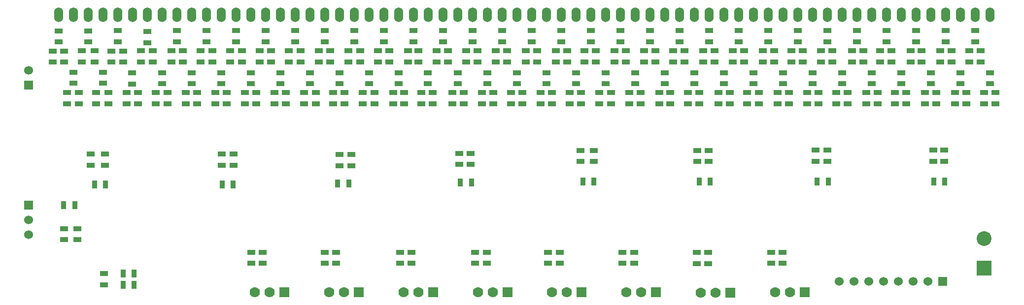
<source format=gts>
G04 (created by PCBNEW (2013-07-07 BZR 4022)-stable) date 14/01/2016 17:53:05*
%MOIN*%
G04 Gerber Fmt 3.4, Leading zero omitted, Abs format*
%FSLAX34Y34*%
G01*
G70*
G90*
G04 APERTURE LIST*
%ADD10C,0.00590551*%
%ADD11R,0.06X0.06*%
%ADD12C,0.06*%
%ADD13O,0.06X0.1*%
%ADD14C,0.07*%
%ADD15R,0.07X0.07*%
%ADD16R,0.055X0.035*%
%ADD17R,0.035X0.055*%
%ADD18R,0.1X0.1*%
%ADD19C,0.1*%
G04 APERTURE END LIST*
G54D10*
G54D11*
X63030Y-38040D03*
G54D12*
X63030Y-37040D03*
G54D13*
X65040Y-33280D03*
X66040Y-33280D03*
X67040Y-33280D03*
X68040Y-33280D03*
X69040Y-33280D03*
X70040Y-33280D03*
X71040Y-33280D03*
X72040Y-33280D03*
X73040Y-33280D03*
X74040Y-33280D03*
X75040Y-33280D03*
X76040Y-33280D03*
X77040Y-33280D03*
X78040Y-33280D03*
X79040Y-33280D03*
X80040Y-33280D03*
X81040Y-33280D03*
X82040Y-33280D03*
X83040Y-33280D03*
X84040Y-33280D03*
X85040Y-33280D03*
X86040Y-33280D03*
X87040Y-33280D03*
X88040Y-33280D03*
X89040Y-33280D03*
X90040Y-33280D03*
X91040Y-33280D03*
X92040Y-33280D03*
X93040Y-33280D03*
X94040Y-33280D03*
X95040Y-33280D03*
X96040Y-33280D03*
X97040Y-33280D03*
X98040Y-33280D03*
X99040Y-33280D03*
X100040Y-33280D03*
X101040Y-33280D03*
X102040Y-33280D03*
X103040Y-33280D03*
X104040Y-33280D03*
X105040Y-33280D03*
X106040Y-33280D03*
X107040Y-33280D03*
X108040Y-33280D03*
X109040Y-33280D03*
X110040Y-33280D03*
X111040Y-33280D03*
X112040Y-33280D03*
X113040Y-33280D03*
X114040Y-33280D03*
X115040Y-33280D03*
X116040Y-33280D03*
X117040Y-33280D03*
X118040Y-33280D03*
X119040Y-33280D03*
X120040Y-33280D03*
X121040Y-33280D03*
X122040Y-33280D03*
X123040Y-33280D03*
X124040Y-33280D03*
X125040Y-33280D03*
X126040Y-33280D03*
X127040Y-33280D03*
X128040Y-33280D03*
G54D11*
X63030Y-46190D03*
G54D12*
X63030Y-47190D03*
X63030Y-48190D03*
G54D11*
X124850Y-51350D03*
G54D12*
X123850Y-51350D03*
X122850Y-51350D03*
X121850Y-51350D03*
X120850Y-51350D03*
X119850Y-51350D03*
X118850Y-51350D03*
X117850Y-51350D03*
G54D14*
X88380Y-52100D03*
X89380Y-52100D03*
G54D15*
X90380Y-52100D03*
G54D14*
X113500Y-52100D03*
X114500Y-52100D03*
G54D15*
X115500Y-52100D03*
G54D14*
X98420Y-52100D03*
X99420Y-52100D03*
G54D15*
X100420Y-52100D03*
G54D14*
X83340Y-52100D03*
X84340Y-52100D03*
G54D15*
X85340Y-52100D03*
G54D14*
X108480Y-52110D03*
X109480Y-52110D03*
G54D15*
X110480Y-52110D03*
G54D14*
X78320Y-52100D03*
X79320Y-52100D03*
G54D15*
X80320Y-52100D03*
G54D14*
X93420Y-52100D03*
X94420Y-52100D03*
G54D15*
X95420Y-52100D03*
G54D14*
X103440Y-52100D03*
X104440Y-52100D03*
G54D15*
X105440Y-52100D03*
G54D16*
X68190Y-42735D03*
X68190Y-43485D03*
X69640Y-39315D03*
X69640Y-38565D03*
X67230Y-43475D03*
X67230Y-42725D03*
X71610Y-39305D03*
X71610Y-38555D03*
X65050Y-35135D03*
X65050Y-34385D03*
X65430Y-36495D03*
X65430Y-35745D03*
X64640Y-36495D03*
X64640Y-35745D03*
X66040Y-37935D03*
X66040Y-37185D03*
X66430Y-39315D03*
X66430Y-38565D03*
X65600Y-39315D03*
X65600Y-38565D03*
X67040Y-35135D03*
X67040Y-34385D03*
X67470Y-36485D03*
X67470Y-35735D03*
X66630Y-36485D03*
X66630Y-35735D03*
X68040Y-37925D03*
X68040Y-37175D03*
X68430Y-39315D03*
X68430Y-38565D03*
X67580Y-39315D03*
X67580Y-38565D03*
X69040Y-35105D03*
X69040Y-34355D03*
X69410Y-36495D03*
X69410Y-35745D03*
X68600Y-36495D03*
X68600Y-35745D03*
X70030Y-37975D03*
X70030Y-37225D03*
X70430Y-39315D03*
X70430Y-38565D03*
X71050Y-35175D03*
X71050Y-34425D03*
X71420Y-36485D03*
X71420Y-35735D03*
X70620Y-36485D03*
X70620Y-35735D03*
X72040Y-37955D03*
X72040Y-37205D03*
X72420Y-39305D03*
X72420Y-38555D03*
G54D17*
X124245Y-44580D03*
X124995Y-44580D03*
G54D16*
X84850Y-42765D03*
X84850Y-43515D03*
G54D17*
X76105Y-44790D03*
X76855Y-44790D03*
G54D16*
X76890Y-42725D03*
X76890Y-43475D03*
G54D17*
X83925Y-44730D03*
X84675Y-44730D03*
G54D16*
X92910Y-42675D03*
X92910Y-43425D03*
G54D17*
X92225Y-44640D03*
X92975Y-44640D03*
X67465Y-44800D03*
X68215Y-44800D03*
G54D16*
X101240Y-42485D03*
X101240Y-43235D03*
G54D17*
X100505Y-44600D03*
X101255Y-44600D03*
G54D16*
X109030Y-42485D03*
X109030Y-43235D03*
G54D17*
X108365Y-44580D03*
X109115Y-44580D03*
G54D16*
X117040Y-42455D03*
X117040Y-43205D03*
G54D17*
X116355Y-44570D03*
X117105Y-44570D03*
G54D16*
X124960Y-42455D03*
X124960Y-43205D03*
X76090Y-43475D03*
X76090Y-42725D03*
X84040Y-43515D03*
X84040Y-42765D03*
X92150Y-43425D03*
X92150Y-42675D03*
X100360Y-43235D03*
X100360Y-42485D03*
X108240Y-43235D03*
X108240Y-42485D03*
X116240Y-43205D03*
X116240Y-42455D03*
X124200Y-43205D03*
X124200Y-42455D03*
X76650Y-36485D03*
X76650Y-35735D03*
X79650Y-39305D03*
X79650Y-38555D03*
X80410Y-39305D03*
X80410Y-38555D03*
X80040Y-37955D03*
X80040Y-37205D03*
X73040Y-35105D03*
X73040Y-34355D03*
X78640Y-36485D03*
X78640Y-35735D03*
X79430Y-36485D03*
X79430Y-35735D03*
X79040Y-35105D03*
X79040Y-34355D03*
X73440Y-36485D03*
X73440Y-35735D03*
X77650Y-39305D03*
X77650Y-38555D03*
X78420Y-39305D03*
X78420Y-38555D03*
X78050Y-37955D03*
X78050Y-37205D03*
X72670Y-36485D03*
X72670Y-35735D03*
X73650Y-39305D03*
X73650Y-38555D03*
X77440Y-36485D03*
X77440Y-35735D03*
X77040Y-35105D03*
X77040Y-34355D03*
X75640Y-39305D03*
X75640Y-38555D03*
X76420Y-39305D03*
X76420Y-38555D03*
X76040Y-37955D03*
X76040Y-37205D03*
X74040Y-37955D03*
X74040Y-37205D03*
X74640Y-36485D03*
X74640Y-35735D03*
X75440Y-36485D03*
X75440Y-35735D03*
X75040Y-35105D03*
X75040Y-34355D03*
X74430Y-39305D03*
X74430Y-38555D03*
X84660Y-36475D03*
X84660Y-35725D03*
X87670Y-39305D03*
X87670Y-38555D03*
X88430Y-39305D03*
X88430Y-38555D03*
X88040Y-37955D03*
X88040Y-37205D03*
X81050Y-35105D03*
X81050Y-34355D03*
X86660Y-36475D03*
X86660Y-35725D03*
X87420Y-36475D03*
X87420Y-35725D03*
X87040Y-35105D03*
X87040Y-34355D03*
X81400Y-36485D03*
X81400Y-35735D03*
X85630Y-39305D03*
X85630Y-38555D03*
X86400Y-39305D03*
X86400Y-38555D03*
X86040Y-37955D03*
X86040Y-37205D03*
X80610Y-36485D03*
X80610Y-35735D03*
X81660Y-39305D03*
X81660Y-38555D03*
X85440Y-36475D03*
X85440Y-35725D03*
X85040Y-35105D03*
X85040Y-34355D03*
X83610Y-39305D03*
X83610Y-38555D03*
X84370Y-39305D03*
X84370Y-38555D03*
X84040Y-37955D03*
X84040Y-37205D03*
X82040Y-37955D03*
X82040Y-37205D03*
X82650Y-36475D03*
X82650Y-35725D03*
X83430Y-36475D03*
X83430Y-35725D03*
X83040Y-35105D03*
X83040Y-34355D03*
X82440Y-39305D03*
X82440Y-38555D03*
X92600Y-36475D03*
X92600Y-35725D03*
X95650Y-39305D03*
X95650Y-38555D03*
X96430Y-39305D03*
X96430Y-38555D03*
X96040Y-37955D03*
X96040Y-37205D03*
X89040Y-35105D03*
X89040Y-34355D03*
X94610Y-36475D03*
X94610Y-35725D03*
X95380Y-36475D03*
X95380Y-35725D03*
X95040Y-35105D03*
X95040Y-34355D03*
X89380Y-36475D03*
X89380Y-35725D03*
X93670Y-39305D03*
X93670Y-38555D03*
X94440Y-39305D03*
X94440Y-38555D03*
X94040Y-37955D03*
X94040Y-37205D03*
X88670Y-36475D03*
X88670Y-35725D03*
X89590Y-39305D03*
X89590Y-38555D03*
X93380Y-36475D03*
X93380Y-35725D03*
X93040Y-35105D03*
X93040Y-34355D03*
X91680Y-39305D03*
X91680Y-38555D03*
X92450Y-39305D03*
X92450Y-38555D03*
X92040Y-37955D03*
X92040Y-37205D03*
X90030Y-37955D03*
X90030Y-37205D03*
X90620Y-36475D03*
X90620Y-35725D03*
X91390Y-36475D03*
X91390Y-35725D03*
X91040Y-35105D03*
X91040Y-34355D03*
X90360Y-39305D03*
X90360Y-38555D03*
X100630Y-36475D03*
X100630Y-35725D03*
X103640Y-39305D03*
X103640Y-38555D03*
X104410Y-39305D03*
X104410Y-38555D03*
X104040Y-37955D03*
X104040Y-37205D03*
X97040Y-35105D03*
X97040Y-34355D03*
X102660Y-36475D03*
X102660Y-35725D03*
X103420Y-36475D03*
X103420Y-35725D03*
X103040Y-35105D03*
X103040Y-34355D03*
X97430Y-36475D03*
X97430Y-35725D03*
X101630Y-39305D03*
X101630Y-38555D03*
X102400Y-39305D03*
X102400Y-38555D03*
X102040Y-37955D03*
X102040Y-37205D03*
X96660Y-36475D03*
X96660Y-35725D03*
X97640Y-39305D03*
X97640Y-38555D03*
X101390Y-36475D03*
X101390Y-35725D03*
X101040Y-35105D03*
X101040Y-34355D03*
X99630Y-39305D03*
X99630Y-38555D03*
X100390Y-39305D03*
X100390Y-38555D03*
X100040Y-37955D03*
X100040Y-37205D03*
X98040Y-37955D03*
X98040Y-37205D03*
X98690Y-36475D03*
X98690Y-35725D03*
X99450Y-36475D03*
X99450Y-35725D03*
X99040Y-35105D03*
X99040Y-34355D03*
X98410Y-39305D03*
X98410Y-38555D03*
X108650Y-36475D03*
X108650Y-35725D03*
X111630Y-39305D03*
X111630Y-38555D03*
X112400Y-39305D03*
X112400Y-38555D03*
X112050Y-37955D03*
X112050Y-37205D03*
X105040Y-35105D03*
X105040Y-34355D03*
X110650Y-36475D03*
X110650Y-35725D03*
X111410Y-36475D03*
X111410Y-35725D03*
X111040Y-35105D03*
X111040Y-34355D03*
X105420Y-36475D03*
X105420Y-35725D03*
X109680Y-39305D03*
X109680Y-38555D03*
X110450Y-39305D03*
X110450Y-38555D03*
X110040Y-37955D03*
X110040Y-37205D03*
X104650Y-36475D03*
X104650Y-35725D03*
X105670Y-39305D03*
X105670Y-38555D03*
X109410Y-36475D03*
X109410Y-35725D03*
X109040Y-35105D03*
X109040Y-34355D03*
X107610Y-39305D03*
X107610Y-38555D03*
X108370Y-39305D03*
X108370Y-38555D03*
X108050Y-37955D03*
X108050Y-37205D03*
X106040Y-37955D03*
X106040Y-37205D03*
X106620Y-36475D03*
X106620Y-35725D03*
X107390Y-36475D03*
X107390Y-35725D03*
X107040Y-35105D03*
X107040Y-34355D03*
X106430Y-39305D03*
X106430Y-38555D03*
X116630Y-36475D03*
X116630Y-35725D03*
X119690Y-39305D03*
X119690Y-38555D03*
X120450Y-39305D03*
X120450Y-38555D03*
X120050Y-37955D03*
X120050Y-37205D03*
X113040Y-35105D03*
X113040Y-34355D03*
X118710Y-36475D03*
X118710Y-35725D03*
X119470Y-36475D03*
X119470Y-35725D03*
X119040Y-35105D03*
X119040Y-34355D03*
X113440Y-36475D03*
X113440Y-35725D03*
X117650Y-39305D03*
X117650Y-38555D03*
X118410Y-39305D03*
X118410Y-38555D03*
X118040Y-37955D03*
X118040Y-37205D03*
X112680Y-36475D03*
X112680Y-35725D03*
X113680Y-39305D03*
X113680Y-38555D03*
X117390Y-36475D03*
X117390Y-35725D03*
X117040Y-35105D03*
X117040Y-34355D03*
X115680Y-39305D03*
X115680Y-38555D03*
X116440Y-39305D03*
X116440Y-38555D03*
X116050Y-37955D03*
X116050Y-37205D03*
X114050Y-37955D03*
X114050Y-37205D03*
X114620Y-36475D03*
X114620Y-35725D03*
X115380Y-36475D03*
X115380Y-35725D03*
X115040Y-35105D03*
X115040Y-34355D03*
X114450Y-39305D03*
X114450Y-38555D03*
X124680Y-36475D03*
X124680Y-35725D03*
X127660Y-39305D03*
X127660Y-38555D03*
X128420Y-39305D03*
X128420Y-38555D03*
X128040Y-37955D03*
X128040Y-37205D03*
X121040Y-35105D03*
X121040Y-34355D03*
X126660Y-36475D03*
X126660Y-35725D03*
X127430Y-36475D03*
X127430Y-35725D03*
X127040Y-35105D03*
X127040Y-34355D03*
X121380Y-36475D03*
X121380Y-35725D03*
X125690Y-39305D03*
X125690Y-38555D03*
X126450Y-39305D03*
X126450Y-38555D03*
X126050Y-37955D03*
X126050Y-37205D03*
X120620Y-36475D03*
X120620Y-35725D03*
X121620Y-39305D03*
X121620Y-38555D03*
X125440Y-36475D03*
X125440Y-35725D03*
X125040Y-35105D03*
X125040Y-34355D03*
X123650Y-39305D03*
X123650Y-38555D03*
X124410Y-39305D03*
X124410Y-38555D03*
X124040Y-37955D03*
X124040Y-37205D03*
X122040Y-37955D03*
X122040Y-37205D03*
X122670Y-36475D03*
X122670Y-35725D03*
X123430Y-36475D03*
X123430Y-35725D03*
X123040Y-35105D03*
X123040Y-34355D03*
X122380Y-39305D03*
X122380Y-38555D03*
G54D17*
X65395Y-46190D03*
X66145Y-46190D03*
G54D16*
X83040Y-49375D03*
X83040Y-50125D03*
X83810Y-49375D03*
X83810Y-50125D03*
X88930Y-49375D03*
X88930Y-50125D03*
X78070Y-49375D03*
X78070Y-50125D03*
X78840Y-49375D03*
X78840Y-50125D03*
X88160Y-49375D03*
X88160Y-50125D03*
X66310Y-48535D03*
X66310Y-47785D03*
X98940Y-49375D03*
X98940Y-50125D03*
X108990Y-49395D03*
X108990Y-50145D03*
G54D17*
X70155Y-51600D03*
X69405Y-51600D03*
G54D16*
X68100Y-50835D03*
X68100Y-51585D03*
G54D17*
X69405Y-50820D03*
X70155Y-50820D03*
G54D16*
X65400Y-47785D03*
X65400Y-48535D03*
X113240Y-49385D03*
X113240Y-50135D03*
X114020Y-49375D03*
X114020Y-50125D03*
X108200Y-49395D03*
X108200Y-50145D03*
X94000Y-49375D03*
X94000Y-50125D03*
X103180Y-49375D03*
X103180Y-50125D03*
X103970Y-49375D03*
X103970Y-50125D03*
X98160Y-49375D03*
X98160Y-50125D03*
X93220Y-49375D03*
X93220Y-50125D03*
G54D18*
X127650Y-50460D03*
G54D19*
X127650Y-48460D03*
M02*

</source>
